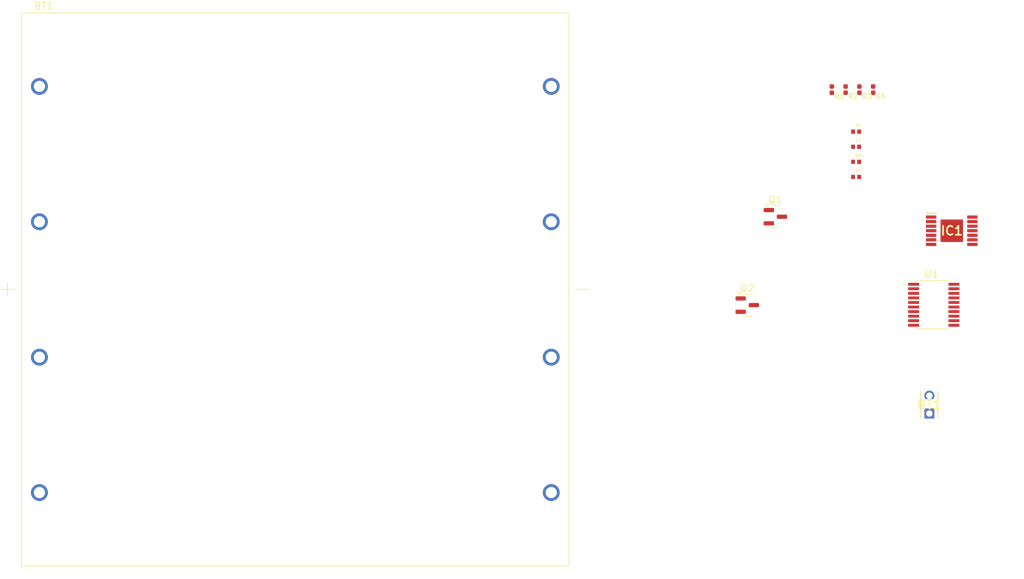
<source format=kicad_pcb>
(kicad_pcb (version 20241229) (generator "pcbnew") (generator_version "9.0")
  (layers (0 "F.Cu" signal) (2 "B.Cu" signal) (13 "F.Paste" user) (15 "B.Paste" user) (5 "F.SilkS" user "F.Silkscreen") (7 "B.SilkS" user "B.Silkscreen") (1 "F.Mask" user) (3 "B.Mask" user) (25 "Edge.Cuts" user))
  (net 0 "")
  (net 1 "Net-(IC1-UVLO)")
  (net 2 "GND")
  (net 3 "/Vin_efuse")
  (net 4 "/Vout_efuse")
  (net 5 "Net-(IC1-PG)")
  (net 7 "Net-(IC1-DV{slash}DT)")
  (net 8 "/Efuse_fault")
  (net 9 "Net-(IC1-I-LIMIT)")
  (net 10 "Net-(IC1-VCLAMP)")
  (net 11 "Net-(Q1-D)")
  (net 12 "Net-(Q1-G)")
  (net 13 "/sns-")
  (net 14 "Net-(Q2-G)")
  (net 15 "/Pack-")
  (net 16 "Net-(U1-TS)")
  (net 17 "Net-(U1-VC3)")
  (net 18 "Net-(U1-VC4)")
  (net 19 "Net-(U1-CHG)")
  (net 20 "Net-(U1-VC1)")
  (net 21 "Net-(U1-LD)")
  (net 22 "Net-(U1-VTB)")
  (net 24 "/AVdd")
  (net 25 "Net-(U1-VC2)")
  (net 26 "/Vdd")
  (net 27 "Net-(U1-DSG)")
  (net 28 "Net-(BT1-Pad1+)")
  (net 29 "Net-(BT1-Pad2+)")
  (net 30 "/Pack+")
  (net 31 "Net-(BT1-Pad3+)")
  (footprint "HPRfootprints:R0402" (layer "F.Cu") (at 141.5696 30.5555)
    (property "Reference" "R2" (at 1.079773 0.952743 180) (layer "F.SilkS") (effects (font (size 0.700177 0.700177))))
    (property "Value" "1K")
    (fp_arc (start -0.4445 -0.762) (mid -0.407303 -0.851803) (end -0.3175 -0.889) (stroke (width 0.0762)) (layer "F.SilkS"))
    (fp_arc (start -0.3175 0.889) (mid -0.407303 0.851803) (end -0.4445 0.762) (stroke (width 0.0762)) (layer "F.SilkS"))
    (fp_arc (start 0.3175 -0.889) (mid 0.407303 -0.851803) (end 0.4445 -0.762) (stroke (width 0.0762)) (layer "F.SilkS"))
    (fp_arc (start 0.4445 0.762) (mid 0.407303 0.851803) (end 0.3175 0.889) (stroke (width 0.0762)) (layer "F.SilkS"))
    (pad "1" smd roundrect (at 0 -0.4445) (size 0.635 0.635) (layers "F.Cu" "F.Mask" "F.Paste") (net 29 "Net-(BT1-Pad2+)"))
    (pad "2" smd roundrect (at 0 0.4445) (size 0.635 0.635) (layers "F.Cu" "F.Mask" "F.Paste") (net 25 "Net-(U1-VC2)"))
  )
  (footprint "HPRfootprints:CAPC1005X55N" (layer "F.Cu") (at 143.068 36.55)
    (property "Reference" "C1" (at 0.3 -0.88 0) (layer "F.SilkS") (effects (font (size 0.393701 0.393701))))
    (property "Value" "JMK105BJ105KV-F")
    (pad "1" smd rect (at -0.432 0) (size 0.54 0.6) (layers "F.Cu" "F.Mask" "F.Paste") (net 20 "Net-(U1-VC1)"))
    (pad "2" smd rect (at 0.432 0) (size 0.54 0.6) (layers "F.Cu" "F.Mask" "F.Paste") (net 2 "GND"))
  )
  (footprint "HPRfootprints:R0402" (layer "F.Cu") (at 143.5348 30.5555)
    (property "Reference" "R3" (at 1.079773 0.952743 180) (layer "F.SilkS") (effects (font (size 0.700177 0.700177))))
    (property "Value" "1K")
    (fp_arc (start -0.4445 -0.762) (mid -0.407303 -0.851803) (end -0.3175 -0.889) (stroke (width 0.0762)) (layer "F.SilkS"))
    (fp_arc (start -0.3175 0.889) (mid -0.407303 0.851803) (end -0.4445 0.762) (stroke (width 0.0762)) (layer "F.SilkS"))
    (fp_arc (start 0.3175 -0.889) (mid 0.407303 -0.851803) (end 0.4445 -0.762) (stroke (width 0.0762)) (layer "F.SilkS"))
    (fp_arc (start 0.4445 0.762) (mid 0.407303 0.851803) (end 0.3175 0.889) (stroke (width 0.0762)) (layer "F.SilkS"))
    (pad "1" smd roundrect (at 0 -0.4445) (size 0.635 0.635) (layers "F.Cu" "F.Mask" "F.Paste") (net 31 "Net-(BT1-Pad3+)"))
    (pad "2" smd roundrect (at 0 0.4445) (size 0.635 0.635) (layers "F.Cu" "F.Mask" "F.Paste") (net 17 "Net-(U1-VC3)"))
  )
  (footprint "HPRfootprints:CAPC1005X55N" (layer "F.Cu") (at 143.068 40.85)
    (property "Reference" "C3" (at 0.3 -0.88 0) (layer "F.SilkS") (effects (font (size 0.393701 0.393701))))
    (property "Value" "JMK105BJ105KV-F")
    (pad "1" smd rect (at -0.432 0) (size 0.54 0.6) (layers "F.Cu" "F.Mask" "F.Paste") (net 17 "Net-(U1-VC3)"))
    (pad "2" smd rect (at 0.432 0) (size 0.54 0.6) (layers "F.Cu" "F.Mask" "F.Paste") (net 2 "GND"))
  )
  (footprint "HPRfootprints:R0402" (layer "F.Cu") (at 139.6044 30.5555)
    (property "Reference" "R1" (at 1.079773 0.952743 180) (layer "F.SilkS") (effects (font (size 0.700177 0.700177))))
    (property "Value" "1K")
    (fp_arc (start -0.4445 -0.762) (mid -0.407303 -0.851803) (end -0.3175 -0.889) (stroke (width 0.0762)) (layer "F.SilkS"))
    (fp_arc (start -0.3175 0.889) (mid -0.407303 0.851803) (end -0.4445 0.762) (stroke (width 0.0762)) (layer "F.SilkS"))
    (fp_arc (start 0.3175 -0.889) (mid 0.407303 -0.851803) (end 0.4445 -0.762) (stroke (width 0.0762)) (layer "F.SilkS"))
    (fp_arc (start 0.4445 0.762) (mid 0.407303 0.851803) (end 0.3175 0.889) (stroke (width 0.0762)) (layer "F.SilkS"))
    (pad "1" smd roundrect (at 0 -0.4445) (size 0.635 0.635) (layers "F.Cu" "F.Mask" "F.Paste") (net 28 "Net-(BT1-Pad1+)"))
    (pad "2" smd roundrect (at 0 0.4445) (size 0.635 0.635) (layers "F.Cu" "F.Mask" "F.Paste") (net 20 "Net-(U1-VC1)"))
  )
  (footprint "HPRfootprints:CAPC1005X55N" (layer "F.Cu") (at 143.068 43)
    (property "Reference" "C4" (at 0.3 -0.88 0) (layer "F.SilkS") (effects (font (size 0.393701 0.393701))))
    (property "Value" "JMK105BJ105KV-F")
    (pad "1" smd rect (at -0.432 0) (size 0.54 0.6) (layers "F.Cu" "F.Mask" "F.Paste") (net 2 "GND"))
    (pad "2" smd rect (at 0.432 0) (size 0.54 0.6) (layers "F.Cu" "F.Mask" "F.Paste") (net 18 "Net-(U1-VC4)"))
  )
  (footprint "Package_TO_SOT_SMD:SOT-23" (layer "F.Cu") (at 131.5675 48.675)
    (property "Reference" "Q1" (at 0 -2.4 0) (layer "F.SilkS"))
    (property "Value" "IRLML0030")
    (fp_line (start 0 -1.56) (end -0.65 -1.56) (stroke (width 0.12)) (layer "F.SilkS"))
    (fp_line (start 0 -1.56) (end 0.65 -1.56) (stroke (width 0.12)) (layer "F.SilkS"))
    (fp_line (start 0 1.56) (end -0.65 1.56) (stroke (width 0.12)) (layer "F.SilkS"))
    (fp_line (start 0 1.56) (end 0.65 1.56) (stroke (width 0.12)) (layer "F.SilkS"))
    (fp_poly (pts (xy -1.1625 -1.51) (xy -1.4025 -1.84) (xy -0.9225 -1.84)) (stroke (width 0.12)) (fill yes) (layer "F.SilkS"))
    (pad "1" smd roundrect (at -0.9375 -0.95) (size 1.475 0.6) (layers "F.Cu" "F.Mask" "F.Paste") (net 12 "Net-(Q1-G)"))
    (pad "2" smd roundrect (at -0.9375 0.95) (size 1.475 0.6) (layers "F.Cu" "F.Mask" "F.Paste") (net 13 "/sns-"))
    (pad "3" smd roundrect (at 0.9375 0) (size 1.475 0.6) (layers "F.Cu" "F.Mask" "F.Paste") (net 11 "Net-(Q1-D)"))
  )
  (footprint "HPRfootprints:SOP65P640X120-15N" (layer "F.Cu") (at 156.692 50.675)
    (property "Reference" "IC1" (at 0 0 0) (layer "F.SilkS") (effects (font (size 1.27 1.27) (thickness 0.254))))
    (property "Value" "STEF01FTR" (hide yes))
    (fp_line (start -3.675 -2.525) (end -2.2 -2.525) (stroke (width 0.2)) (layer "F.SilkS"))
    (pad "1" smd rect (at -2.938 -1.95 90) (size 0.45 1.475) (layers "F.Cu" "F.Mask" "F.Paste") (net 1 "Net-(IC1-UVLO)"))
    (pad "2" smd rect (at -2.938 -1.3 90) (size 0.45 1.475) (layers "F.Cu" "F.Mask" "F.Paste") (net 7 "Net-(IC1-DV{slash}DT)"))
    (pad "3" smd rect (at -2.938 -0.65 90) (size 0.45 1.475) (layers "F.Cu" "F.Mask" "F.Paste") (net 2 "GND"))
    (pad "4" smd rect (at -2.938 0 90) (size 0.45 1.475) (layers "F.Cu" "F.Mask" "F.Paste") (net 2 "GND"))
    (pad "5" smd rect (at -2.938 0.65 90) (size 0.45 1.475) (layers "F.Cu" "F.Mask" "F.Paste") (net 10 "Net-(IC1-VCLAMP)"))
    (pad "6" smd rect (at -2.938 1.3 90) (size 0.45 1.475) (layers "F.Cu" "F.Mask" "F.Paste") (net 4 "/Vout_efuse"))
    (pad "7" smd rect (at -2.938 1.95 90) (size 0.45 1.475) (layers "F.Cu" "F.Mask" "F.Paste") (net 4 "/Vout_efuse"))
    (pad "8" smd rect (at 2.938 1.95 90) (size 0.45 1.475) (layers "F.Cu" "F.Mask" "F.Paste") (net 4 "/Vout_efuse"))
    (pad "9" smd rect (at 2.938 1.3 90) (size 0.45 1.475) (layers "F.Cu" "F.Mask" "F.Paste") (net 4 "/Vout_efuse"))
    (pad "10" smd rect (at 2.938 0.65 90) (size 0.45 1.475) (layers "F.Cu" "F.Mask" "F.Paste") (net 9 "Net-(IC1-I-LIMIT)"))
    (pad "11" smd rect (at 2.938 0 90) (size 0.45 1.475) (layers "F.Cu" "F.Mask" "F.Paste"))
    (pad "12" smd rect (at 2.938 -0.65 90) (size 0.45 1.475) (layers "F.Cu" "F.Mask" "F.Paste") (net 8 "/Efuse_fault"))
    (pad "13" smd rect (at 2.938 -1.3 90) (size 0.45 1.475) (layers "F.Cu" "F.Mask" "F.Paste") (net 5 "Net-(IC1-PG)"))
    (pad "14" smd rect (at 2.938 -1.95 90) (size 0.45 1.475) (layers "F.Cu" "F.Mask" "F.Paste") (net 3 "/Vin_efuse"))
    (pad "15" smd rect (at 0 0) (size 3.2 3.2) (layers "F.Cu" "F.Mask" "F.Paste") (net 3 "/Vin_efuse"))
  )
  (footprint "Package_TO_SOT_SMD:SOT-23" (layer "F.Cu") (at 127.5675 61.275)
    (property "Reference" "Q2" (at 0 -2.4 0) (layer "F.SilkS"))
    (property "Value" "IRLML0030")
    (fp_line (start 0 -1.56) (end -0.65 -1.56) (stroke (width 0.12)) (layer "F.SilkS"))
    (fp_line (start 0 -1.56) (end 0.65 -1.56) (stroke (width 0.12)) (layer "F.SilkS"))
    (fp_line (start 0 1.56) (end -0.65 1.56) (stroke (width 0.12)) (layer "F.SilkS"))
    (fp_line (start 0 1.56) (end 0.65 1.56) (stroke (width 0.12)) (layer "F.SilkS"))
    (fp_poly (pts (xy -1.1625 -1.51) (xy -1.4025 -1.84) (xy -0.9225 -1.84)) (stroke (width 0.12)) (fill yes) (layer "F.SilkS"))
    (pad "1" smd roundrect (at -0.9375 -0.95) (size 1.475 0.6) (layers "F.Cu" "F.Mask" "F.Paste") (net 14 "Net-(Q2-G)"))
    (pad "2" smd roundrect (at -0.9375 0.95) (size 1.475 0.6) (layers "F.Cu" "F.Mask" "F.Paste") (net 15 "/Pack-"))
    (pad "3" smd roundrect (at 0.9375 0) (size 1.475 0.6) (layers "F.Cu" "F.Mask" "F.Paste") (net 11 "Net-(Q1-D)"))
  )
  (footprint "HPRfootprints:SOP65P640X120-20N" (layer "F.Cu") (at 154.13 61.225)
    (property "Reference" "U1" (at -0.325 -4.385 0) (layer "F.SilkS"))
    (property "Value" "BQ7790512PW")
    (fp_line (start -2.2 -3.45) (end 2.2 -3.45) (stroke (width 0.127)) (layer "F.SilkS"))
    (fp_line (start -2.2 3.45) (end 2.2 3.45) (stroke (width 0.127)) (layer "F.SilkS"))
    (fp_circle (center -4.19 -2.925) (end -4.09 -2.925) (stroke (width 0.2)) (fill no) (layer "F.SilkS"))
    (pad "1" smd roundrect (at -2.87 -2.925) (size 1.57 0.41) (layers "F.Cu" "F.Mask" "F.Paste") (roundrect_rratio 0.125) (net 26 "/Vdd"))
    (pad "2" smd roundrect (at -2.87 -2.275) (size 1.57 0.41) (layers "F.Cu" "F.Mask" "F.Paste") (roundrect_rratio 0.125) (net 24 "/AVdd"))
    (pad "3" smd roundrect (at -2.87 -1.625) (size 1.57 0.41) (layers "F.Cu" "F.Mask" "F.Paste") (roundrect_rratio 0.125) (net 18 "Net-(U1-VC4)"))
    (pad "4" smd roundrect (at -2.87 -0.975) (size 1.57 0.41) (layers "F.Cu" "F.Mask" "F.Paste") (roundrect_rratio 0.125) (net 18 "Net-(U1-VC4)"))
    (pad "5" smd roundrect (at -2.87 -0.325) (size 1.57 0.41) (layers "F.Cu" "F.Mask" "F.Paste") (roundrect_rratio 0.125) (net 17 "Net-(U1-VC3)"))
    (pad "6" smd roundrect (at -2.87 0.325) (size 1.57 0.41) (layers "F.Cu" "F.Mask" "F.Paste") (roundrect_rratio 0.125) (net 25 "Net-(U1-VC2)"))
    (pad "7" smd roundrect (at -2.87 0.975) (size 1.57 0.41) (layers "F.Cu" "F.Mask" "F.Paste") (roundrect_rratio 0.125) (net 20 "Net-(U1-VC1)"))
    (pad "8" smd roundrect (at -2.87 1.625) (size 1.57 0.41) (layers "F.Cu" "F.Mask" "F.Paste") (roundrect_rratio 0.125) (net 2 "GND"))
    (pad "9" smd roundrect (at -2.87 2.275) (size 1.57 0.41) (layers "F.Cu" "F.Mask" "F.Paste") (roundrect_rratio 0.125) (net 2 "GND"))
    (pad "10" smd roundrect (at -2.87 2.925) (size 1.57 0.41) (layers "F.Cu" "F.Mask" "F.Paste") (roundrect_rratio 0.125) (net 13 "/sns-"))
    (pad "11" smd roundrect (at 2.87 2.925) (size 1.57 0.41) (layers "F.Cu" "F.Mask" "F.Paste") (roundrect_rratio 0.125) (net 27 "Net-(U1-DSG)"))
    (pad "12" smd roundrect (at 2.87 2.275) (size 1.57 0.41) (layers "F.Cu" "F.Mask" "F.Paste") (roundrect_rratio 0.125))
    (pad "13" smd roundrect (at 2.87 1.625) (size 1.57 0.41) (layers "F.Cu" "F.Mask" "F.Paste") (roundrect_rratio 0.125) (net 19 "Net-(U1-CHG)"))
    (pad "14" smd roundrect (at 2.87 0.975) (size 1.57 0.41) (layers "F.Cu" "F.Mask" "F.Paste") (roundrect_rratio 0.125) (net 21 "Net-(U1-LD)"))
    (pad "15" smd roundrect (at 2.87 0.325) (size 1.57 0.41) (layers "F.Cu" "F.Mask" "F.Paste") (roundrect_rratio 0.125) (net 16 "Net-(U1-TS)"))
    (pad "16" smd roundrect (at 2.87 -0.325) (size 1.57 0.41) (layers "F.Cu" "F.Mask" "F.Paste") (roundrect_rratio 0.125) (net 22 "Net-(U1-VTB)"))
    (pad "17" smd roundrect (at 2.87 -0.975) (size 1.57 0.41) (layers "F.Cu" "F.Mask" "F.Paste") (roundrect_rratio 0.125) (net 24 "/AVdd"))
    (pad "18" smd roundrect (at 2.87 -1.625) (size 1.57 0.41) (layers "F.Cu" "F.Mask" "F.Paste") (roundrect_rratio 0.125) (net 2 "GND"))
    (pad "19" smd roundrect (at 2.87 -2.275) (size 1.57 0.41) (layers "F.Cu" "F.Mask" "F.Paste") (roundrect_rratio 0.125) (net 2 "GND"))
    (pad "20" smd roundrect (at 2.87 -2.925) (size 1.57 0.41) (layers "F.Cu" "F.Mask" "F.Paste") (roundrect_rratio 0.125) (net 2 "GND"))
  )
  (footprint "HPRfootprints:103AT2" (layer "F.Cu") (at 153.5 76.725)
    (property "Reference" "RT1" (at 0 -1.27 0) (layer "F.SilkS") (effects (font (size 1.27 1.27) (thickness 0.254))))
    (property "Value" "103AT-2" (hide yes))
    (fp_line (start -1.2 -3.12) (end -1.2 0.58) (stroke (width 0.2)) (layer "F.SilkS"))
    (fp_line (start 0 1.2) (end 0 1.2) (stroke (width 0.1)) (layer "F.SilkS"))
    (fp_line (start 0 1.3) (end 0 1.3) (stroke (width 0.1)) (layer "F.SilkS"))
    (fp_line (start 1.2 -3.12) (end 1.2 0.58) (stroke (width 0.2)) (layer "F.SilkS"))
    (fp_arc (start 0 1.2) (mid 0.05 1.25) (end 0 1.3) (stroke (width 0.1)) (layer "F.SilkS"))
    (fp_arc (start 0 1.3) (mid -0.05 1.25) (end 0 1.2) (stroke (width 0.1)) (layer "F.SilkS"))
    (pad "1" thru_hole rect (at 0 0) (size 1.416 1.416) (drill 0.91) (layers "*.Cu" "*.Mask") (net 16 "Net-(U1-TS)"))
    (pad "2" thru_hole circle (at 0 -2.54) (size 1.416 1.416) (drill 0.91) (layers "*.Cu" "*.Mask") (net 2 "GND"))
  )
  (footprint "HPRfootprints:R0402" (layer "F.Cu") (at 145.5 30.5555)
    (property "Reference" "R4" (at 1.079773 0.952743 180) (layer "F.SilkS") (effects (font (size 0.700177 0.700177))))
    (property "Value" "1K")
    (fp_arc (start -0.4445 -0.762) (mid -0.407303 -0.851803) (end -0.3175 -0.889) (stroke (width 0.0762)) (layer "F.SilkS"))
    (fp_arc (start -0.3175 0.889) (mid -0.407303 0.851803) (end -0.4445 0.762) (stroke (width 0.0762)) (layer "F.SilkS"))
    (fp_arc (start 0.3175 -0.889) (mid 0.407303 -0.851803) (end 0.4445 -0.762) (stroke (width 0.0762)) (layer "F.SilkS"))
    (fp_arc (start 0.4445 0.762) (mid 0.407303 0.851803) (end 0.3175 0.889) (stroke (width 0.0762)) (layer "F.SilkS"))
    (pad "1" smd roundrect (at 0 -0.4445) (size 0.635 0.635) (layers "F.Cu" "F.Mask" "F.Paste") (net 30 "/Pack+"))
    (pad "2" smd roundrect (at 0 0.4445) (size 0.635 0.635) (layers "F.Cu" "F.Mask" "F.Paste") (net 18 "Net-(U1-VC4)"))
  )
  (footprint "HPRfootprints:CAPC1005X55N" (layer "F.Cu") (at 143.068 38.7)
    (property "Reference" "C2" (at 0.3 -0.88 0) (layer "F.SilkS") (effects (font (size 0.393701 0.393701))))
    (property "Value" "JMK105BJ105KV-F")
    (pad "1" smd rect (at -0.432 0) (size 0.54 0.6) (layers "F.Cu" "F.Mask" "F.Paste") (net 25 "Net-(U1-VC2)"))
    (pad "2" smd rect (at 0.432 0) (size 0.54 0.6) (layers "F.Cu" "F.Mask" "F.Paste") (net 2 "GND"))
  )
  (footprint "HPRfootprints:BAT_BK-18650-PC8" (layer "F.Cu") (at 63.195 59.045)
    (property "Reference" "BT1" (at -35.825 -40.415 0) (layer "F.SilkS"))
    (property "Value" "BK-18650-PC8")
    (fp_line (start -42 0) (end -40 0) (stroke (width 0.127)) (layer "F.SilkS"))
    (fp_line (start -41 -1) (end -41 1) (stroke (width 0.127)) (layer "F.SilkS"))
    (fp_line (start -38.99 -39.42) (end 38.99 -39.42) (stroke (width 0.127)) (layer "F.SilkS"))
    (fp_line (start -38.99 39.42) (end -38.99 -39.42) (stroke (width 0.127)) (layer "F.SilkS"))
    (fp_line (start 38.99 -39.42) (end 38.99 39.42) (stroke (width 0.127)) (layer "F.SilkS"))
    (fp_line (start 38.99 39.42) (end -38.99 39.42) (stroke (width 0.127)) (layer "F.SilkS"))
    (fp_line (start 40 0) (end 42 0) (stroke (width 0.127)) (layer "F.SilkS"))
    (pad "" np_thru_hole circle (at -27.805 -28.955) (size 3.2 3.2) (drill 3.2) (layers "*.Cu" "*.Mask"))
    (pad "" np_thru_hole circle (at -27.805 -9.65) (size 3.2 3.2) (drill 3.2) (layers "*.Cu" "*.Mask"))
    (pad "" np_thru_hole circle (at -27.805 9.65) (size 3.2 3.2) (drill 3.2) (layers "*.Cu" "*.Mask"))
    (pad "" np_thru_hole circle (at -27.805 28.955) (size 3.2 3.2) (drill 3.2) (layers "*.Cu" "*.Mask"))
    (pad "" np_thru_hole circle (at 27.805 -28.955) (size 3.2 3.2) (drill 3.2) (layers "*.Cu" "*.Mask"))
    (pad "" np_thru_hole circle (at 27.805 -9.65) (size 3.2 3.2) (drill 3.2) (layers "*.Cu" "*.Mask"))
    (pad "" np_thru_hole circle (at 27.805 9.65) (size 3.2 3.2) (drill 3.2) (layers "*.Cu" "*.Mask"))
    (pad "" np_thru_hole circle (at 27.805 28.955) (size 3.2 3.2) (drill 3.2) (layers "*.Cu" "*.Mask"))
    (pad "1+" thru_hole circle (at -36.45 -28.95) (size 2.4 2.4) (drill 1.6) (layers "*.Cu" "*.Mask") (net 28 "Net-(BT1-Pad1+)"))
    (pad "1-" thru_hole circle (at 36.45 -28.95) (size 2.4 2.4) (drill 1.6) (layers "*.Cu" "*.Mask") (net 2 "GND"))
    (pad "2+" thru_hole circle (at -36.45 -9.65) (size 2.4 2.4) (drill 1.6) (layers "*.Cu" "*.Mask") (net 29 "Net-(BT1-Pad2+)"))
    (pad "2-" thru_hole circle (at 36.45 -9.65) (size 2.4 2.4) (drill 1.6) (layers "*.Cu" "*.Mask") (net 28 "Net-(BT1-Pad1+)"))
    (pad "3+" thru_hole circle (at -36.45 9.65) (size 2.4 2.4) (drill 1.6) (layers "*.Cu" "*.Mask") (net 31 "Net-(BT1-Pad3+)"))
    (pad "3-" thru_hole circle (at 36.45 9.65) (size 2.4 2.4) (drill 1.6) (layers "*.Cu" "*.Mask") (net 29 "Net-(BT1-Pad2+)"))
    (pad "4+" thru_hole circle (at -36.45 28.95) (size 2.4 2.4) (drill 1.6) (layers "*.Cu" "*.Mask") (net 30 "/Pack+"))
    (pad "4-" thru_hole circle (at 36.45 28.95) (size 2.4 2.4) (drill 1.6) (layers "*.Cu" "*.Mask") (net 31 "Net-(BT1-Pad3+)"))
  )
)
</source>
